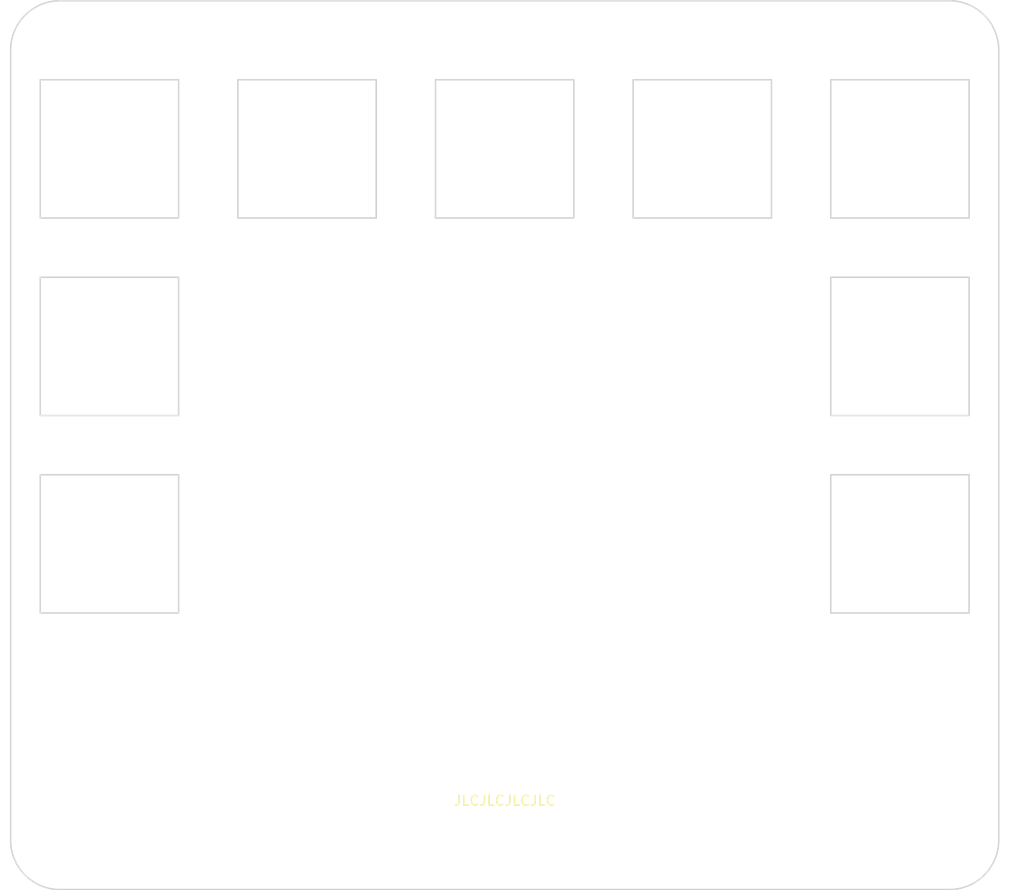
<source format=kicad_pcb>
(kicad_pcb (version 20171130) (host pcbnew "(5.1.9)-1")

  (general
    (thickness 1.6)
    (drawings 53)
    (tracks 0)
    (zones 0)
    (modules 8)
    (nets 1)
  )

  (page A4)
  (layers
    (0 F.Cu signal)
    (31 B.Cu signal)
    (32 B.Adhes user)
    (33 F.Adhes user)
    (34 B.Paste user)
    (35 F.Paste user)
    (36 B.SilkS user)
    (37 F.SilkS user)
    (38 B.Mask user)
    (39 F.Mask user)
    (40 Dwgs.User user)
    (41 Cmts.User user)
    (42 Eco1.User user)
    (43 Eco2.User user)
    (44 Edge.Cuts user)
    (45 Margin user)
    (46 B.CrtYd user)
    (47 F.CrtYd user)
    (48 B.Fab user)
    (49 F.Fab user)
  )

  (setup
    (last_trace_width 0.25)
    (trace_clearance 0.2)
    (zone_clearance 0.508)
    (zone_45_only no)
    (trace_min 0.2)
    (via_size 0.8)
    (via_drill 0.4)
    (via_min_size 0.4)
    (via_min_drill 0.3)
    (uvia_size 0.3)
    (uvia_drill 0.1)
    (uvias_allowed no)
    (uvia_min_size 0.2)
    (uvia_min_drill 0.1)
    (edge_width 0.15)
    (segment_width 0.2)
    (pcb_text_width 0.3)
    (pcb_text_size 1.5 1.5)
    (mod_edge_width 0.15)
    (mod_text_size 1 1)
    (mod_text_width 0.15)
    (pad_size 1.524 1.524)
    (pad_drill 0.762)
    (pad_to_mask_clearance 0.2)
    (aux_axis_origin 0 0)
    (visible_elements 7FFFFFFF)
    (pcbplotparams
      (layerselection 0x010fc_ffffffff)
      (usegerberextensions false)
      (usegerberattributes false)
      (usegerberadvancedattributes false)
      (creategerberjobfile false)
      (excludeedgelayer true)
      (linewidth 0.100000)
      (plotframeref false)
      (viasonmask false)
      (mode 1)
      (useauxorigin false)
      (hpglpennumber 1)
      (hpglpenspeed 20)
      (hpglpendiameter 15.000000)
      (psnegative false)
      (psa4output false)
      (plotreference true)
      (plotvalue true)
      (plotinvisibletext false)
      (padsonsilk false)
      (subtractmaskfromsilk false)
      (outputformat 1)
      (mirror false)
      (drillshape 0)
      (scaleselection 1)
      (outputdirectory "Gerber/"))
  )

  (net 0 "")

  (net_class Default "This is the default net class."
    (clearance 0.2)
    (trace_width 0.25)
    (via_dia 0.8)
    (via_drill 0.4)
    (uvia_dia 0.3)
    (uvia_drill 0.1)
    (add_net "Net-(J11-Pad1)")
    (add_net "Net-(J12-Pad1)")
    (add_net "Net-(J13-Pad1)")
    (add_net "Net-(J14-Pad1)")
    (add_net "Net-(J15-Pad1)")
    (add_net "Net-(J16-Pad1)")
    (add_net "Net-(J2-Pad1)")
    (add_net "Net-(J3-Pad1)")
  )

  (module MountingHole:MountingHole_2.2mm_M2_ISO7380 (layer F.Cu) (tedit 56D1B4CB) (tstamp 6020791C)
    (at 145 145)
    (descr "Mounting Hole 2.2mm, no annular, M2, ISO7380")
    (tags "mounting hole 2.2mm no annular m2 iso7380")
    (path /5BC7F4B1)
    (attr virtual)
    (fp_text reference J14 (at 0 -2.75) (layer F.SilkS) hide
      (effects (font (size 1 1) (thickness 0.15)))
    )
    (fp_text value Conn_01x01 (at 0 2.75) (layer F.Fab)
      (effects (font (size 1 1) (thickness 0.15)))
    )
    (fp_text user %R (at 0.3 0) (layer F.Fab)
      (effects (font (size 1 1) (thickness 0.15)))
    )
    (fp_circle (center 0 0) (end 1.75 0) (layer Cmts.User) (width 0.15))
    (fp_circle (center 0 0) (end 2 0) (layer F.CrtYd) (width 0.05))
    (pad 1 np_thru_hole circle (at 0 0) (size 2.2 2.2) (drill 2.2) (layers *.Cu *.Mask))
  )

  (module MountingHole:MountingHole_2.2mm_M2_ISO7380 (layer F.Cu) (tedit 56D1B4CB) (tstamp 60207906)
    (at 145 105)
    (descr "Mounting Hole 2.2mm, no annular, M2, ISO7380")
    (tags "mounting hole 2.2mm no annular m2 iso7380")
    (path /5BC7F415)
    (attr virtual)
    (fp_text reference J12 (at 0 -2.75) (layer F.SilkS) hide
      (effects (font (size 1 1) (thickness 0.15)))
    )
    (fp_text value Conn_01x01 (at 0 2.75) (layer F.Fab)
      (effects (font (size 1 1) (thickness 0.15)))
    )
    (fp_text user %R (at 0.3 0) (layer F.Fab)
      (effects (font (size 1 1) (thickness 0.15)))
    )
    (fp_circle (center 0 0) (end 1.75 0) (layer Cmts.User) (width 0.15))
    (fp_circle (center 0 0) (end 2 0) (layer F.CrtYd) (width 0.05))
    (pad 1 np_thru_hole circle (at 0 0) (size 2.2 2.2) (drill 2.2) (layers *.Cu *.Mask))
  )

  (module E73:CNC_Encoder locked (layer F.Cu) (tedit 601FFB91) (tstamp 60205D1B)
    (at 100 117.5)
    (path /6020E224)
    (fp_text reference J1 (at 0 0.5) (layer F.SilkS) hide
      (effects (font (size 1 1) (thickness 0.15)))
    )
    (fp_text value Conn_01x01 (at -14.173 -21.0564) (layer F.Fab)
      (effects (font (size 1 1) (thickness 0.15)))
    )
    (fp_circle (center 0 0) (end 30 0) (layer F.CrtYd) (width 0.12))
    (fp_circle (center 0 0) (end 25.4 0) (layer Dwgs.User) (width 0.12))
    (pad "" np_thru_hole circle (at 0 0) (size 44 44) (drill 44) (layers *.Cu *.Mask))
    (pad "" np_thru_hole circle (at 0 -25.4) (size 3.5 3.5) (drill 3.5) (layers *.Cu *.Mask))
    (pad "" np_thru_hole circle (at 21.997 12.7) (size 3.5 3.5) (drill 3.5) (layers *.Cu *.Mask))
    (pad "" np_thru_hole circle (at -21.997 12.7) (size 3.5 3.5) (drill 3.5) (layers *.Cu *.Mask))
  )

  (module MountingHole:MountingHole_2.2mm_M2_ISO7380 (layer F.Cu) (tedit 56D1B4CB) (tstamp 602061C6)
    (at 100 65)
    (descr "Mounting Hole 2.2mm, no annular, M2, ISO7380")
    (tags "mounting hole 2.2mm no annular m2 iso7380")
    (path /60211B7B)
    (attr virtual)
    (fp_text reference J2 (at 0 -2.75) (layer F.SilkS) hide
      (effects (font (size 1 1) (thickness 0.15)))
    )
    (fp_text value Conn_01x01 (at 0 2.75) (layer F.Fab)
      (effects (font (size 1 1) (thickness 0.15)))
    )
    (fp_text user %R (at 0.6606 0.4662) (layer F.Fab)
      (effects (font (size 1 1) (thickness 0.15)))
    )
    (fp_circle (center 0 0) (end 1.75 0) (layer Cmts.User) (width 0.15))
    (fp_circle (center 0 0) (end 2 0) (layer F.CrtYd) (width 0.05))
    (pad 1 np_thru_hole circle (at 0 0) (size 2.2 2.2) (drill 2.2) (layers *.Cu *.Mask))
  )

  (module MountingHole:MountingHole_2.2mm_M2_ISO7380 (layer F.Cu) (tedit 5BB7D625) (tstamp 5BF2CBFD)
    (at 55 65)
    (descr "Mounting Hole 2.2mm, no annular, M2, ISO7380")
    (tags "mounting hole 2.2mm no annular m2 iso7380")
    (path /5BC7F335)
    (attr virtual)
    (fp_text reference J11 (at 0 -2.75) (layer F.SilkS) hide
      (effects (font (size 1 1) (thickness 0.15)))
    )
    (fp_text value Conn_01x01 (at 0 2.75) (layer F.Fab)
      (effects (font (size 1 1) (thickness 0.15)))
    )
    (fp_circle (center 0 0) (end 1.75 0) (layer Cmts.User) (width 0.15))
    (fp_circle (center 0 0) (end 2 0) (layer F.CrtYd) (width 0.05))
    (fp_text user %R (at 0 0) (layer F.Fab)
      (effects (font (size 1 1) (thickness 0.15)))
    )
    (pad 1 np_thru_hole circle (at 0 0) (size 2.2 2.2) (drill 2.2) (layers *.Cu *.Mask))
  )

  (module MountingHole:MountingHole_2.2mm_M2_ISO7380 locked (layer F.Cu) (tedit 5BB7D636) (tstamp 5BF2CC0D)
    (at 55 145)
    (descr "Mounting Hole 2.2mm, no annular, M2, ISO7380")
    (tags "mounting hole 2.2mm no annular m2 iso7380")
    (path /5BC7F465)
    (attr virtual)
    (fp_text reference J13 (at 0 -2.75) (layer F.SilkS) hide
      (effects (font (size 1 1) (thickness 0.15)))
    )
    (fp_text value Conn_01x01 (at 0 2.75) (layer F.Fab)
      (effects (font (size 1 1) (thickness 0.15)))
    )
    (fp_circle (center 0 0) (end 1.75 0) (layer Cmts.User) (width 0.15))
    (fp_circle (center 0 0) (end 2 0) (layer F.CrtYd) (width 0.05))
    (fp_text user %R (at 0 0) (layer F.Fab)
      (effects (font (size 1 1) (thickness 0.15)))
    )
    (pad 1 np_thru_hole circle (at 0 0) (size 2.2 2.2) (drill 2.2) (layers *.Cu *.Mask))
  )

  (module MountingHole:MountingHole_2.2mm_M2_ISO7380 (layer F.Cu) (tedit 5BB7D647) (tstamp 6020635E)
    (at 145 65)
    (descr "Mounting Hole 2.2mm, no annular, M2, ISO7380")
    (tags "mounting hole 2.2mm no annular m2 iso7380")
    (path /5BC7F4FD)
    (attr virtual)
    (fp_text reference J15 (at 0 -2.75) (layer F.SilkS) hide
      (effects (font (size 1 1) (thickness 0.15)))
    )
    (fp_text value Conn_01x01 (at 0 2.75) (layer F.Fab)
      (effects (font (size 1 1) (thickness 0.15)))
    )
    (fp_circle (center 0 0) (end 1.75 0) (layer Cmts.User) (width 0.15))
    (fp_circle (center 0 0) (end 2 0) (layer F.CrtYd) (width 0.05))
    (fp_text user %R (at 0.8636 -0.1778) (layer F.Fab)
      (effects (font (size 1 1) (thickness 0.15)))
    )
    (pad 1 np_thru_hole circle (at 0 0) (size 2.2 2.2) (drill 2.2) (layers *.Cu *.Mask))
  )

  (module MountingHole:MountingHole_2.2mm_M2_ISO7380 (layer F.Cu) (tedit 5BB7D61D) (tstamp 5BF2CC25)
    (at 55 105)
    (descr "Mounting Hole 2.2mm, no annular, M2, ISO7380")
    (tags "mounting hole 2.2mm no annular m2 iso7380")
    (path /5BC7F54B)
    (attr virtual)
    (fp_text reference J16 (at 0 -2.75) (layer F.SilkS) hide
      (effects (font (size 1 1) (thickness 0.15)))
    )
    (fp_text value Conn_01x01 (at 0 2.75) (layer F.Fab)
      (effects (font (size 1 1) (thickness 0.15)))
    )
    (fp_circle (center 0 0) (end 2 0) (layer F.CrtYd) (width 0.05))
    (fp_circle (center 0 0) (end 1.75 0) (layer Cmts.User) (width 0.15))
    (fp_text user %R (at 0.3 0) (layer F.Fab)
      (effects (font (size 1 1) (thickness 0.15)))
    )
    (pad 1 np_thru_hole circle (at 0 0) (size 2.2 2.2) (drill 2.2) (layers *.Cu *.Mask))
  )

  (gr_line (start 133 122) (end 133 108) (layer Edge.Cuts) (width 0.15) (tstamp 60207B89))
  (gr_line (start 147 122) (end 133 122) (layer Edge.Cuts) (width 0.15))
  (gr_line (start 147 108) (end 147 122) (layer Edge.Cuts) (width 0.15))
  (gr_line (start 133 108) (end 147 108) (layer Edge.Cuts) (width 0.15))
  (gr_line (start 133 88) (end 133 102) (layer Edge.Cuts) (width 0.15) (tstamp 60207B88))
  (gr_line (start 147 88) (end 133 88) (layer Edge.Cuts) (width 0.15))
  (gr_line (start 147 102) (end 147 88) (layer Edge.Cuts) (width 0.15))
  (gr_line (start 133 102) (end 147 102) (layer Edge.Cuts) (width 0.15))
  (gr_line (start 147 68) (end 133 68) (layer Edge.Cuts) (width 0.15) (tstamp 60207B6E))
  (gr_line (start 147 82) (end 147 68) (layer Edge.Cuts) (width 0.15))
  (gr_line (start 133 82) (end 147 82) (layer Edge.Cuts) (width 0.15))
  (gr_line (start 133 68) (end 133 82) (layer Edge.Cuts) (width 0.15))
  (gr_line (start 113 68) (end 113 82) (layer Edge.Cuts) (width 0.15) (tstamp 60207B6D))
  (gr_line (start 127 68) (end 113 68) (layer Edge.Cuts) (width 0.15))
  (gr_line (start 127 82) (end 127 68) (layer Edge.Cuts) (width 0.15))
  (gr_line (start 113 82) (end 127 82) (layer Edge.Cuts) (width 0.15))
  (gr_line (start 107 82) (end 93 82) (layer Edge.Cuts) (width 0.15) (tstamp 60207B6B))
  (gr_line (start 107 68) (end 107 82) (layer Edge.Cuts) (width 0.15))
  (gr_line (start 93 68) (end 107 68) (layer Edge.Cuts) (width 0.15))
  (gr_line (start 93 82) (end 93 68) (layer Edge.Cuts) (width 0.15))
  (gr_line (start 73 68) (end 73 82) (layer Edge.Cuts) (width 0.15) (tstamp 60207B69))
  (gr_line (start 87 68) (end 73 68) (layer Edge.Cuts) (width 0.15))
  (gr_line (start 87 82) (end 87 68) (layer Edge.Cuts) (width 0.15))
  (gr_line (start 73 82) (end 87 82) (layer Edge.Cuts) (width 0.15))
  (gr_line (start 52.5 68) (end 148.5 68) (layer Eco1.User) (width 0.15))
  (gr_line (start 53 82) (end 148.5 82) (layer Eco1.User) (width 0.15))
  (gr_line (start 53 68) (end 53 82) (layer Edge.Cuts) (width 0.15) (tstamp 60207B25))
  (gr_line (start 67 68) (end 53 68) (layer Edge.Cuts) (width 0.15))
  (gr_line (start 67 82) (end 67 68) (layer Edge.Cuts) (width 0.15))
  (gr_line (start 53 82) (end 67 82) (layer Edge.Cuts) (width 0.15))
  (gr_line (start 53 88) (end 53 102) (layer Edge.Cuts) (width 0.15) (tstamp 60207B08))
  (gr_line (start 67 88) (end 53 88) (layer Edge.Cuts) (width 0.15))
  (gr_line (start 67 102) (end 67 88) (layer Edge.Cuts) (width 0.15))
  (gr_line (start 53 102) (end 67 102) (layer Edge.Cuts) (width 0.15))
  (gr_line (start 52.5 88) (end 148.5 88) (layer Eco1.User) (width 0.15))
  (gr_line (start 52.5 102) (end 149 102) (layer Eco1.User) (width 0.15))
  (gr_line (start 52.5 122) (end 148 122) (layer Eco1.User) (width 0.15))
  (gr_line (start 53 108) (end 53 122) (layer Edge.Cuts) (width 0.15) (tstamp 60207AEF))
  (gr_line (start 67 108) (end 53 108) (layer Edge.Cuts) (width 0.15))
  (gr_line (start 67 122) (end 67 108) (layer Edge.Cuts) (width 0.15))
  (gr_line (start 53 122) (end 67 122) (layer Edge.Cuts) (width 0.15))
  (gr_line (start 53 66.5) (end 53 123.5) (layer Eco1.User) (width 0.15))
  (gr_line (start 67 122.5) (end 67 66.5) (layer Eco1.User) (width 0.15))
  (gr_line (start 49 108) (end 152.5 108) (layer Eco1.User) (width 0.15))
  (gr_text JLCJLCJLCJLC (at 100 141) (layer F.SilkS)
    (effects (font (size 1 1) (thickness 0.15)))
  )
  (gr_arc (start 145 145) (end 145 150) (angle -90) (layer Edge.Cuts) (width 0.15))
  (gr_arc (start 55 65) (end 55 60) (angle -90) (layer Edge.Cuts) (width 0.15))
  (gr_arc (start 145 65) (end 150 65) (angle -90) (layer Edge.Cuts) (width 0.15))
  (gr_arc (start 55 145) (end 50 145) (angle -90) (layer Edge.Cuts) (width 0.15))
  (gr_line (start 55 60) (end 145 60) (layer Edge.Cuts) (width 0.15))
  (gr_line (start 150 145) (end 150 65) (layer Edge.Cuts) (width 0.15))
  (gr_line (start 55 150) (end 145 150) (layer Edge.Cuts) (width 0.15))
  (gr_line (start 50 65) (end 50 145) (layer Edge.Cuts) (width 0.15))

)

</source>
